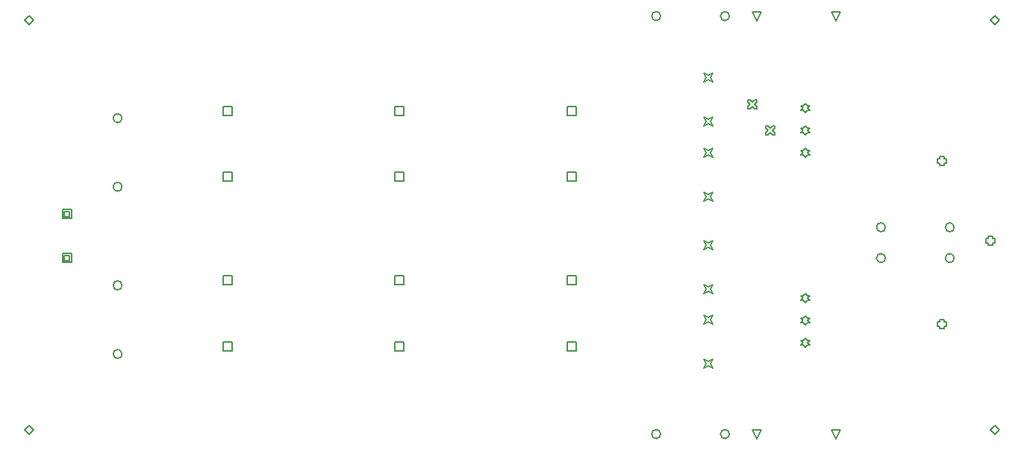
<source format=gbr>
G04*
G04 #@! TF.GenerationSoftware,Altium Limited,Altium Designer,24.5.1 (21)*
G04*
G04 Layer_Color=2752767*
%FSLAX25Y25*%
%MOIN*%
G70*
G04*
G04 #@! TF.SameCoordinates,C76CA4C4-4B78-49E4-996D-9464DF6DB47D*
G04*
G04*
G04 #@! TF.FilePolarity,Positive*
G04*
G01*
G75*
%ADD41C,0.00500*%
%ADD42C,0.00667*%
D41*
X360236Y135795D02*
X361236Y136795D01*
X362236D01*
X361236Y137795D01*
X362236Y138795D01*
X361236D01*
X360236Y139795D01*
X359236Y138795D01*
X358236D01*
X359236Y137795D01*
X358236Y136795D01*
X359236D01*
X360236Y135795D01*
Y145795D02*
X361236Y146795D01*
X362236D01*
X361236Y147795D01*
X362236Y148795D01*
X361236D01*
X360236Y149795D01*
X359236Y148795D01*
X358236D01*
X359236Y147795D01*
X358236Y146795D01*
X359236D01*
X360236Y145795D01*
Y155795D02*
X361236Y156795D01*
X362236D01*
X361236Y157795D01*
X362236Y158795D01*
X361236D01*
X360236Y159795D01*
X359236Y158795D01*
X358236D01*
X359236Y157795D01*
X358236Y156795D01*
X359236D01*
X360236Y155795D01*
X314929Y41307D02*
X315929Y43307D01*
X314929Y45307D01*
X316929Y44307D01*
X318929Y45307D01*
X317929Y43307D01*
X318929Y41307D01*
X316929Y42307D01*
X314929Y41307D01*
Y60992D02*
X315929Y62992D01*
X314929Y64992D01*
X316929Y63992D01*
X318929Y64992D01*
X317929Y62992D01*
X318929Y60992D01*
X316929Y61992D01*
X314929Y60992D01*
X441913Y97425D02*
Y96425D01*
X443913D01*
Y97425D01*
X444913D01*
Y99425D01*
X443913D01*
Y100425D01*
X441913D01*
Y99425D01*
X440913D01*
Y97425D01*
X441913D01*
X177134Y154496D02*
Y158496D01*
X181134D01*
Y154496D01*
X177134D01*
Y124969D02*
Y128969D01*
X181134D01*
Y124969D01*
X177134D01*
X28512Y108236D02*
Y112236D01*
X32512D01*
Y108236D01*
X28512D01*
X29312Y109036D02*
Y111436D01*
X31712D01*
Y109036D01*
X29312D01*
X28512Y88551D02*
Y92551D01*
X32512D01*
Y88551D01*
X28512D01*
X29312Y89351D02*
Y91751D01*
X31712D01*
Y89351D01*
X29312D01*
X442882Y196850D02*
X444882Y198850D01*
X446882Y196850D01*
X444882Y194850D01*
X442882Y196850D01*
X338583Y9811D02*
X336583Y13811D01*
X340583D01*
X338583Y9811D01*
X374016D02*
X372016Y13811D01*
X376016D01*
X374016Y9811D01*
X420260Y60024D02*
Y59024D01*
X422260D01*
Y60024D01*
X423260D01*
Y62024D01*
X422260D01*
Y63024D01*
X420260D01*
Y62024D01*
X419260D01*
Y60024D01*
X420260D01*
Y132858D02*
Y131858D01*
X422260D01*
Y132858D01*
X423260D01*
Y134858D01*
X422260D01*
Y135858D01*
X420260D01*
Y134858D01*
X419260D01*
Y132858D01*
X420260D01*
X360236Y70835D02*
X361236Y71835D01*
X362236D01*
X361236Y72835D01*
X362236Y73835D01*
X361236D01*
X360236Y74835D01*
X359236Y73835D01*
X358236D01*
X359236Y72835D01*
X358236Y71835D01*
X359236D01*
X360236Y70835D01*
Y60835D02*
X361236Y61835D01*
X362236D01*
X361236Y62835D01*
X362236Y63835D01*
X361236D01*
X360236Y64835D01*
X359236Y63835D01*
X358236D01*
X359236Y62835D01*
X358236Y61835D01*
X359236D01*
X360236Y60835D01*
Y50835D02*
X361236Y51835D01*
X362236D01*
X361236Y52835D01*
X362236Y53835D01*
X361236D01*
X360236Y54835D01*
X359236Y53835D01*
X358236D01*
X359236Y52835D01*
X358236Y51835D01*
X359236D01*
X360236Y50835D01*
X338583Y196819D02*
X336583Y200819D01*
X340583D01*
X338583Y196819D01*
X374016D02*
X372016Y200819D01*
X376016D01*
X374016Y196819D01*
X11779Y13780D02*
X13780Y15779D01*
X15779Y13780D01*
X13780Y11779D01*
X11779Y13780D01*
X100362Y78709D02*
Y82709D01*
X104362D01*
Y78709D01*
X100362D01*
Y49181D02*
Y53181D01*
X104362D01*
Y49181D01*
X100362D01*
X253906Y78709D02*
Y82709D01*
X257906D01*
Y78709D01*
X253906D01*
Y49181D02*
Y53181D01*
X257906D01*
Y49181D01*
X253906D01*
X177134Y78709D02*
Y82709D01*
X181134D01*
Y78709D01*
X177134D01*
Y49181D02*
Y53181D01*
X181134D01*
Y49181D01*
X177134D01*
X100362Y154496D02*
Y158496D01*
X104362D01*
Y154496D01*
X100362D01*
Y124969D02*
Y128969D01*
X104362D01*
Y124969D01*
X100362D01*
X253906Y154496D02*
Y158496D01*
X257906D01*
Y154496D01*
X253906D01*
Y124969D02*
Y128969D01*
X257906D01*
Y124969D01*
X253906D01*
X442882Y13780D02*
X444882Y15779D01*
X446882Y13780D01*
X444882Y11779D01*
X442882Y13780D01*
X314929Y74772D02*
X315929Y76772D01*
X314929Y78772D01*
X316929Y77772D01*
X318929Y78772D01*
X317929Y76772D01*
X318929Y74772D01*
X316929Y75772D01*
X314929Y74772D01*
Y94457D02*
X315929Y96457D01*
X314929Y98457D01*
X316929Y97457D01*
X318929Y98457D01*
X317929Y96457D01*
X318929Y94457D01*
X316929Y95457D01*
X314929Y94457D01*
Y149575D02*
X315929Y151575D01*
X314929Y153575D01*
X316929Y152575D01*
X318929Y153575D01*
X317929Y151575D01*
X318929Y149575D01*
X316929Y150575D01*
X314929Y149575D01*
Y169260D02*
X315929Y171260D01*
X314929Y173260D01*
X316929Y172260D01*
X318929Y173260D01*
X317929Y171260D01*
X318929Y169260D01*
X316929Y170260D01*
X314929Y169260D01*
Y135795D02*
X315929Y137795D01*
X314929Y139795D01*
X316929Y138795D01*
X318929Y139795D01*
X317929Y137795D01*
X318929Y135795D01*
X316929Y136795D01*
X314929Y135795D01*
Y116110D02*
X315929Y118110D01*
X314929Y120110D01*
X316929Y119110D01*
X318929Y120110D01*
X317929Y118110D01*
X318929Y116110D01*
X316929Y117110D01*
X314929Y116110D01*
X11779Y196850D02*
X13780Y198850D01*
X15779Y196850D01*
X13780Y194850D01*
X11779Y196850D01*
X334614Y157449D02*
X335614D01*
X336614Y158449D01*
X337614Y157449D01*
X338614D01*
Y158449D01*
X337614Y159449D01*
X338614Y160449D01*
Y161449D01*
X337614D01*
X336614Y160449D01*
X335614Y161449D01*
X334614D01*
Y160449D01*
X335614Y159449D01*
X334614Y158449D01*
Y157449D01*
X342488Y145638D02*
X343488D01*
X344488Y146638D01*
X345488Y145638D01*
X346488D01*
Y146638D01*
X345488Y147638D01*
X346488Y148638D01*
Y149638D01*
X345488D01*
X344488Y148638D01*
X343488Y149638D01*
X342488D01*
Y148638D01*
X343488Y147638D01*
X342488Y146638D01*
Y145638D01*
D42*
X55150Y122441D02*
G03*
X55150Y122441I-2000J0D01*
G01*
Y153150D02*
G03*
X55150Y153150I-2000J0D01*
G01*
Y78347D02*
G03*
X55150Y78347I-2000J0D01*
G01*
Y47638D02*
G03*
X55150Y47638I-2000J0D01*
G01*
X326410Y198819D02*
G03*
X326410Y198819I-2000J0D01*
G01*
X295701D02*
G03*
X295701Y198819I-2000J0D01*
G01*
X396094Y90551D02*
G03*
X396094Y90551I-2000J0D01*
G01*
X426803D02*
G03*
X426803Y90551I-2000J0D01*
G01*
X396094Y104331D02*
G03*
X396094Y104331I-2000J0D01*
G01*
X426803D02*
G03*
X426803Y104331I-2000J0D01*
G01*
X326410Y11811D02*
G03*
X326410Y11811I-2000J0D01*
G01*
X295701D02*
G03*
X295701Y11811I-2000J0D01*
G01*
M02*

</source>
